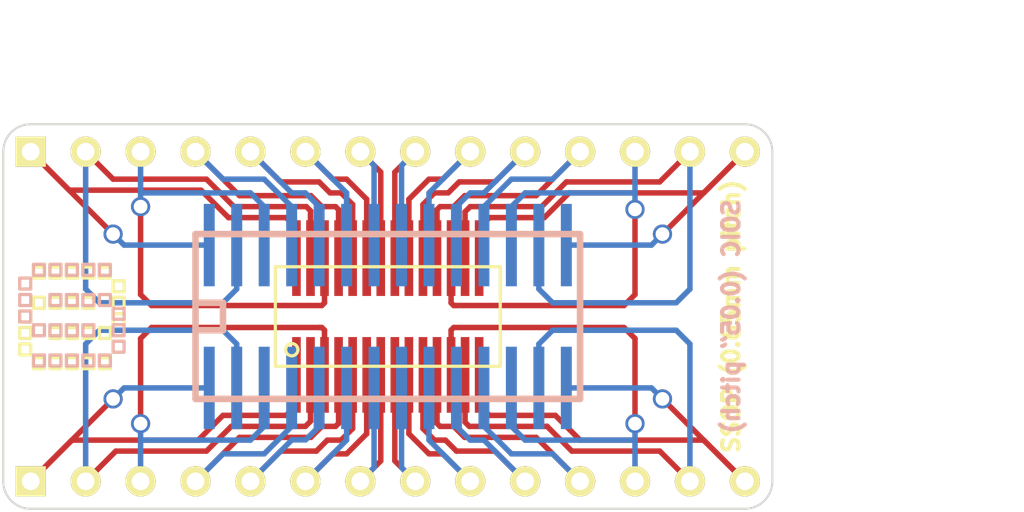
<source format=kicad_pcb>
(kicad_pcb (version 3) (host pcbnew "(2014-01-10 BZR 4027)-stable")

  (general
    (links 56)
    (no_connects 0)
    (area 20.269999 26.619999 55.930001 44.500001)
    (thickness 1.6)
    (drawings 13)
    (tracks 252)
    (zones 0)
    (modules 6)
    (nets 29)
  )

  (page A3)
  (layers
    (15 F.Cu signal)
    (0 B.Cu signal)
    (16 B.Adhes user)
    (17 F.Adhes user)
    (18 B.Paste user)
    (19 F.Paste user)
    (20 B.SilkS user)
    (21 F.SilkS user)
    (22 B.Mask user)
    (23 F.Mask user)
    (24 Dwgs.User user)
    (25 Cmts.User user)
    (26 Eco1.User user)
    (27 Eco2.User user)
    (28 Edge.Cuts user)
  )

  (setup
    (last_trace_width 0.254)
    (trace_clearance 0.1778)
    (zone_clearance 0.508)
    (zone_45_only no)
    (trace_min 0.1778)
    (segment_width 0.2)
    (edge_width 0.1)
    (via_size 0.889)
    (via_drill 0.635)
    (via_min_size 0.889)
    (via_min_drill 0.508)
    (uvia_size 0.508)
    (uvia_drill 0.127)
    (uvias_allowed no)
    (uvia_min_size 0.508)
    (uvia_min_drill 0.127)
    (pcb_text_width 0.3)
    (pcb_text_size 1.5 1.5)
    (mod_edge_width 0.15)
    (mod_text_size 1 1)
    (mod_text_width 0.15)
    (pad_size 0.508 3.81)
    (pad_drill 0)
    (pad_to_mask_clearance 0)
    (aux_axis_origin 0 0)
    (visible_elements FFFFFFBF)
    (pcbplotparams
      (layerselection 3178497)
      (usegerberextensions true)
      (excludeedgelayer true)
      (linewidth 0.150000)
      (plotframeref false)
      (viasonmask false)
      (mode 1)
      (useauxorigin false)
      (hpglpennumber 1)
      (hpglpenspeed 20)
      (hpglpendiameter 15)
      (hpglpenoverlay 2)
      (psnegative false)
      (psa4output false)
      (plotreference true)
      (plotvalue true)
      (plotothertext true)
      (plotinvisibletext false)
      (padsonsilk false)
      (subtractmaskfromsilk false)
      (outputformat 1)
      (mirror false)
      (drillshape 1)
      (scaleselection 1)
      (outputdirectory ""))
  )

  (net 0 "")
  (net 1 N-000001)
  (net 2 N-0000010)
  (net 3 N-0000011)
  (net 4 N-0000012)
  (net 5 N-0000013)
  (net 6 N-0000014)
  (net 7 N-0000015)
  (net 8 N-0000016)
  (net 9 N-0000017)
  (net 10 N-0000018)
  (net 11 N-0000019)
  (net 12 N-000002)
  (net 13 N-0000020)
  (net 14 N-0000021)
  (net 15 N-0000022)
  (net 16 N-0000023)
  (net 17 N-0000024)
  (net 18 N-0000025)
  (net 19 N-0000026)
  (net 20 N-0000027)
  (net 21 N-0000028)
  (net 22 N-000003)
  (net 23 N-000004)
  (net 24 N-000005)
  (net 25 N-000006)
  (net 26 N-000007)
  (net 27 N-000008)
  (net 28 N-000009)

  (net_class Default "This is the default net class."
    (clearance 0.1778)
    (trace_width 0.254)
    (via_dia 0.889)
    (via_drill 0.635)
    (uvia_dia 0.508)
    (uvia_drill 0.127)
    (add_net "")
    (add_net N-000001)
    (add_net N-0000010)
    (add_net N-0000011)
    (add_net N-0000012)
    (add_net N-0000013)
    (add_net N-0000014)
    (add_net N-0000015)
    (add_net N-0000016)
    (add_net N-0000017)
    (add_net N-0000018)
    (add_net N-0000019)
    (add_net N-000002)
    (add_net N-0000020)
    (add_net N-0000021)
    (add_net N-0000022)
    (add_net N-0000023)
    (add_net N-0000024)
    (add_net N-0000025)
    (add_net N-0000026)
    (add_net N-0000027)
    (add_net N-0000028)
    (add_net N-000003)
    (add_net N-000004)
    (add_net N-000005)
    (add_net N-000006)
    (add_net N-000007)
    (add_net N-000008)
    (add_net N-000009)
  )

  (module SO28 (layer B.Cu) (tedit 54AD6934) (tstamp 54ADC1A2)
    (at 38.1 35.56)
    (descr "Module CMS SO 28 pins large")
    (tags "CMS SOJ SO SOIC")
    (path /54AD67D8)
    (attr smd)
    (fp_text reference K4 (at 0 1.26492) (layer B.SilkS) hide
      (effects (font (size 1.524 1.524) (thickness 0.1524)) (justify mirror))
    )
    (fp_text value PINS_28 (at 0 -1.27) (layer B.SilkS) hide
      (effects (font (size 1.524 1.524) (thickness 0.1524)) (justify mirror))
    )
    (fp_line (start 8.89 2.54) (end 8.89 -3.81) (layer B.SilkS) (width 0.3048))
    (fp_line (start 8.89 -3.81) (end -8.89 -3.81) (layer B.SilkS) (width 0.3048))
    (fp_line (start -8.89 -3.81) (end -8.89 3.81) (layer B.SilkS) (width 0.3048))
    (fp_line (start -8.89 3.81) (end 8.89 3.81) (layer B.SilkS) (width 0.3048))
    (fp_line (start 8.89 3.81) (end 8.89 2.54) (layer B.SilkS) (width 0.3048))
    (fp_line (start -8.89 0.635) (end -7.62 0.635) (layer B.SilkS) (width 0.3048))
    (fp_line (start -7.62 0.635) (end -7.62 -0.635) (layer B.SilkS) (width 0.3048))
    (fp_line (start -7.62 -0.635) (end -8.89 -0.635) (layer B.SilkS) (width 0.3048))
    (pad 1 smd rect (at -8.255 -3.302) (size 0.508 3.81)
      (layers B.Cu B.Paste B.Mask)
      (net 23 N-000004)
    )
    (pad 2 smd rect (at -6.985 -3.302) (size 0.508 3.81)
      (layers B.Cu B.Paste B.Mask)
      (net 12 N-000002)
    )
    (pad 3 smd rect (at -5.715 -3.302) (size 0.508 3.81)
      (layers B.Cu B.Paste B.Mask)
      (net 1 N-000001)
    )
    (pad 4 smd rect (at -4.445 -3.302) (size 0.508 3.81)
      (layers B.Cu B.Paste B.Mask)
      (net 18 N-0000025)
    )
    (pad 5 smd rect (at -3.175 -3.302) (size 0.508 3.81)
      (layers B.Cu B.Paste B.Mask)
      (net 17 N-0000024)
    )
    (pad 6 smd rect (at -1.905 -3.302) (size 0.508 3.81)
      (layers B.Cu B.Paste B.Mask)
      (net 15 N-0000022)
    )
    (pad 7 smd rect (at -0.635 -3.302) (size 0.508 3.81)
      (layers B.Cu B.Paste B.Mask)
      (net 13 N-0000020)
    )
    (pad 8 smd rect (at 0.635 -3.302) (size 0.508 3.81)
      (layers B.Cu B.Paste B.Mask)
      (net 10 N-0000018)
    )
    (pad 9 smd rect (at 1.905 -3.302) (size 0.508 3.81)
      (layers B.Cu B.Paste B.Mask)
      (net 8 N-0000016)
    )
    (pad 10 smd rect (at 3.175 -3.302) (size 0.508 3.81)
      (layers B.Cu B.Paste B.Mask)
      (net 24 N-000005)
    )
    (pad 11 smd rect (at 4.445 -3.302) (size 0.508 3.81)
      (layers B.Cu B.Paste B.Mask)
      (net 22 N-000003)
    )
    (pad 12 smd rect (at 5.715 -3.302) (size 0.508 3.81)
      (layers B.Cu B.Paste B.Mask)
      (net 19 N-0000026)
    )
    (pad 13 smd rect (at 6.985 -3.302) (size 0.508 3.81)
      (layers B.Cu B.Paste B.Mask)
      (net 20 N-0000027)
    )
    (pad 14 smd rect (at 8.255 -3.302) (size 0.508 3.81)
      (layers B.Cu B.Paste B.Mask)
      (net 21 N-0000028)
    )
    (pad 15 smd rect (at 8.255 3.302) (size 0.508 3.81)
      (layers B.Cu B.Paste B.Mask)
      (net 16 N-0000023)
    )
    (pad 16 smd rect (at 6.985 3.302) (size 0.508 3.81)
      (layers B.Cu B.Paste B.Mask)
      (net 14 N-0000021)
    )
    (pad 17 smd rect (at 5.715 3.302) (size 0.508 3.81)
      (layers B.Cu B.Paste B.Mask)
      (net 11 N-0000019)
    )
    (pad 18 smd rect (at 4.445 3.302) (size 0.508 3.81)
      (layers B.Cu B.Paste B.Mask)
      (net 9 N-0000017)
    )
    (pad 19 smd rect (at 3.175 3.302) (size 0.508 3.81)
      (layers B.Cu B.Paste B.Mask)
      (net 7 N-0000015)
    )
    (pad 20 smd rect (at 1.905 3.302) (size 0.508 3.81)
      (layers B.Cu B.Paste B.Mask)
      (net 6 N-0000014)
    )
    (pad 21 smd rect (at 0.635 3.302) (size 0.508 3.81)
      (layers B.Cu B.Paste B.Mask)
      (net 5 N-0000013)
    )
    (pad 22 smd rect (at -0.635 3.302) (size 0.508 3.81)
      (layers B.Cu B.Paste B.Mask)
      (net 4 N-0000012)
    )
    (pad 23 smd rect (at -1.905 3.302) (size 0.508 3.81)
      (layers B.Cu B.Paste B.Mask)
      (net 3 N-0000011)
    )
    (pad 24 smd rect (at -3.175 3.302) (size 0.508 3.81)
      (layers B.Cu B.Paste B.Mask)
      (net 2 N-0000010)
    )
    (pad 25 smd rect (at -4.445 3.302) (size 0.508 3.81)
      (layers B.Cu B.Paste B.Mask)
      (net 28 N-000009)
    )
    (pad 26 smd rect (at -5.715 3.302) (size 0.508 3.81)
      (layers B.Cu B.Paste B.Mask)
      (net 27 N-000008)
    )
    (pad 27 smd rect (at -6.985 3.302) (size 0.508 3.81)
      (layers B.Cu B.Paste B.Mask)
      (net 26 N-000007)
    )
    (pad 28 smd rect (at -8.255 3.302) (size 0.508 3.81)
      (layers B.Cu B.Paste B.Mask)
      (net 25 N-000006)
    )
    (model smd/cms_soj28.wrl
      (at (xyz 0 0 0))
      (scale (xyz 0.5 0.55 0.5))
      (rotate (xyz 0 0 0))
    )
  )

  (module SIL-14 (layer F.Cu) (tedit 54AD663E) (tstamp 54ADEA82)
    (at 38.1 43.18)
    (descr "Connecteur 14 pins")
    (tags "CONN DEV")
    (path /54AC71A0)
    (fp_text reference K2 (at -10.16 -2.54) (layer F.SilkS) hide
      (effects (font (size 1.72974 1.08712) (thickness 0.27178)))
    )
    (fp_text value PINS_14 (at 7.62 -2.54) (layer F.SilkS) hide
      (effects (font (size 1.524 1.016) (thickness 0.254)))
    )
    (pad 1 thru_hole rect (at -16.51 0) (size 1.397 1.397) (drill 0.8128)
      (layers *.Cu *.Mask F.SilkS)
      (net 25 N-000006)
    )
    (pad 2 thru_hole circle (at -13.97 0) (size 1.397 1.397) (drill 0.8128)
      (layers *.Cu *.Mask F.SilkS)
      (net 26 N-000007)
    )
    (pad 3 thru_hole circle (at -11.43 0) (size 1.397 1.397) (drill 0.8128)
      (layers *.Cu *.Mask F.SilkS)
      (net 27 N-000008)
    )
    (pad 4 thru_hole circle (at -8.89 0) (size 1.397 1.397) (drill 0.8128)
      (layers *.Cu *.Mask F.SilkS)
      (net 28 N-000009)
    )
    (pad 5 thru_hole circle (at -6.35 0) (size 1.397 1.397) (drill 0.8128)
      (layers *.Cu *.Mask F.SilkS)
      (net 2 N-0000010)
    )
    (pad 6 thru_hole circle (at -3.81 0) (size 1.397 1.397) (drill 0.8128)
      (layers *.Cu *.Mask F.SilkS)
      (net 3 N-0000011)
    )
    (pad 7 thru_hole circle (at -1.27 0) (size 1.397 1.397) (drill 0.8128)
      (layers *.Cu *.Mask F.SilkS)
      (net 4 N-0000012)
    )
    (pad 8 thru_hole circle (at 1.27 0) (size 1.397 1.397) (drill 0.8128)
      (layers *.Cu *.Mask F.SilkS)
      (net 5 N-0000013)
    )
    (pad 9 thru_hole circle (at 3.81 0) (size 1.397 1.397) (drill 0.8128)
      (layers *.Cu *.Mask F.SilkS)
      (net 6 N-0000014)
    )
    (pad 10 thru_hole circle (at 6.35 0) (size 1.397 1.397) (drill 0.8128)
      (layers *.Cu *.Mask F.SilkS)
      (net 7 N-0000015)
    )
    (pad 11 thru_hole circle (at 8.89 0) (size 1.397 1.397) (drill 0.8128)
      (layers *.Cu *.Mask F.SilkS)
      (net 9 N-0000017)
    )
    (pad 12 thru_hole circle (at 11.43 0) (size 1.397 1.397) (drill 0.8128)
      (layers *.Cu *.Mask F.SilkS)
      (net 11 N-0000019)
    )
    (pad 13 thru_hole circle (at 13.97 0) (size 1.397 1.397) (drill 0.8128)
      (layers *.Cu *.Mask F.SilkS)
      (net 14 N-0000021)
    )
    (pad 14 thru_hole circle (at 16.51 0) (size 1.397 1.397) (drill 0.8128)
      (layers *.Cu *.Mask F.SilkS)
      (net 16 N-0000023)
    )
  )

  (module SIL-14 (layer F.Cu) (tedit 54AD65FE) (tstamp 54ADEA98)
    (at 38.1 27.94)
    (descr "Connecteur 14 pins")
    (tags "CONN DEV")
    (path /54AC71AD)
    (fp_text reference K3 (at -10.16 -2.54) (layer F.SilkS) hide
      (effects (font (size 1.72974 1.08712) (thickness 0.27178)))
    )
    (fp_text value PINS_14 (at 7.62 -2.54) (layer F.SilkS) hide
      (effects (font (size 1.524 1.016) (thickness 0.254)))
    )
    (pad 1 thru_hole rect (at -16.51 0) (size 1.397 1.397) (drill 0.8128)
      (layers *.Cu *.Mask F.SilkS)
      (net 23 N-000004)
    )
    (pad 2 thru_hole circle (at -13.97 0) (size 1.397 1.397) (drill 0.8128)
      (layers *.Cu *.Mask F.SilkS)
      (net 12 N-000002)
    )
    (pad 3 thru_hole circle (at -11.43 0) (size 1.397 1.397) (drill 0.8128)
      (layers *.Cu *.Mask F.SilkS)
      (net 1 N-000001)
    )
    (pad 4 thru_hole circle (at -8.89 0) (size 1.397 1.397) (drill 0.8128)
      (layers *.Cu *.Mask F.SilkS)
      (net 18 N-0000025)
    )
    (pad 5 thru_hole circle (at -6.35 0) (size 1.397 1.397) (drill 0.8128)
      (layers *.Cu *.Mask F.SilkS)
      (net 17 N-0000024)
    )
    (pad 6 thru_hole circle (at -3.81 0) (size 1.397 1.397) (drill 0.8128)
      (layers *.Cu *.Mask F.SilkS)
      (net 15 N-0000022)
    )
    (pad 7 thru_hole circle (at -1.27 0) (size 1.397 1.397) (drill 0.8128)
      (layers *.Cu *.Mask F.SilkS)
      (net 13 N-0000020)
    )
    (pad 8 thru_hole circle (at 1.27 0) (size 1.397 1.397) (drill 0.8128)
      (layers *.Cu *.Mask F.SilkS)
      (net 10 N-0000018)
    )
    (pad 9 thru_hole circle (at 3.81 0) (size 1.397 1.397) (drill 0.8128)
      (layers *.Cu *.Mask F.SilkS)
      (net 8 N-0000016)
    )
    (pad 10 thru_hole circle (at 6.35 0) (size 1.397 1.397) (drill 0.8128)
      (layers *.Cu *.Mask F.SilkS)
      (net 24 N-000005)
    )
    (pad 11 thru_hole circle (at 8.89 0) (size 1.397 1.397) (drill 0.8128)
      (layers *.Cu *.Mask F.SilkS)
      (net 22 N-000003)
    )
    (pad 12 thru_hole circle (at 11.43 0) (size 1.397 1.397) (drill 0.8128)
      (layers *.Cu *.Mask F.SilkS)
      (net 19 N-0000026)
    )
    (pad 13 thru_hole circle (at 13.97 0) (size 1.397 1.397) (drill 0.8128)
      (layers *.Cu *.Mask F.SilkS)
      (net 20 N-0000027)
    )
    (pad 14 thru_hole circle (at 16.51 0) (size 1.397 1.397) (drill 0.8128)
      (layers *.Cu *.Mask F.SilkS)
      (net 21 N-0000028)
    )
  )

  (module ssop-28 (layer F.Cu) (tedit 54AC707A) (tstamp 54ADEA6C)
    (at 38.1 35.56)
    (descr SSOP-16)
    (path /54AC7191)
    (attr smd)
    (fp_text reference K1 (at 0 0.508) (layer F.SilkS) hide
      (effects (font (size 1.00076 1.00076) (thickness 0.14986)))
    )
    (fp_text value PINS_28 (at 0 -1.143) (layer F.SilkS) hide
      (effects (font (size 1.00076 1.00076) (thickness 0.14986)))
    )
    (fp_line (start 5.19938 -2.30124) (end 5.19938 2.30124) (layer F.SilkS) (width 0.14986))
    (fp_line (start -5.19938 2.30124) (end -5.19938 -2.30124) (layer F.SilkS) (width 0.14986))
    (fp_line (start -5.19938 -2.30124) (end 5.19938 -2.30124) (layer F.SilkS) (width 0.14986))
    (fp_line (start 5.19938 2.30124) (end -5.19938 2.30124) (layer F.SilkS) (width 0.14986))
    (fp_circle (center -4.43992 1.53416) (end -4.56692 1.78816) (layer F.SilkS) (width 0.14986))
    (pad 7 smd rect (at -0.32512 2.7) (size 0.4 3.5)
      (layers F.Cu F.Paste F.Mask)
      (net 4 N-0000012)
    )
    (pad 8 smd rect (at 0.32512 2.7) (size 0.4 3.5)
      (layers F.Cu F.Paste F.Mask)
      (net 5 N-0000013)
    )
    (pad 9 smd rect (at 0.97536 2.7) (size 0.4 3.5)
      (layers F.Cu F.Paste F.Mask)
      (net 6 N-0000014)
    )
    (pad 10 smd rect (at 1.6256 2.7) (size 0.4 3.5)
      (layers F.Cu F.Paste F.Mask)
      (net 7 N-0000015)
    )
    (pad 25 smd rect (at -2.27584 -2.7) (size 0.4 3.5)
      (layers F.Cu F.Paste F.Mask)
      (net 18 N-0000025)
    )
    (pad 4 smd rect (at -2.27584 2.7) (size 0.4 3.5)
      (layers F.Cu F.Paste F.Mask)
      (net 28 N-000009)
    )
    (pad 5 smd rect (at -1.6256 2.7) (size 0.4 3.5)
      (layers F.Cu F.Paste F.Mask)
      (net 2 N-0000010)
    )
    (pad 6 smd rect (at -0.97536 2.7) (size 0.4 3.5)
      (layers F.Cu F.Paste F.Mask)
      (net 3 N-0000011)
    )
    (pad 18 smd rect (at 2.27584 -2.7) (size 0.4 3.5)
      (layers F.Cu F.Paste F.Mask)
      (net 22 N-000003)
    )
    (pad 19 smd rect (at 1.6256 -2.7) (size 0.4 3.5)
      (layers F.Cu F.Paste F.Mask)
      (net 24 N-000005)
    )
    (pad 20 smd rect (at 0.97536 -2.7) (size 0.4 3.5)
      (layers F.Cu F.Paste F.Mask)
      (net 8 N-0000016)
    )
    (pad 21 smd rect (at 0.32512 -2.7) (size 0.4 3.5)
      (layers F.Cu F.Paste F.Mask)
      (net 10 N-0000018)
    )
    (pad 22 smd rect (at -0.32512 -2.7) (size 0.4 3.5)
      (layers F.Cu F.Paste F.Mask)
      (net 13 N-0000020)
    )
    (pad 23 smd rect (at -0.97536 -2.7) (size 0.4 3.5)
      (layers F.Cu F.Paste F.Mask)
      (net 15 N-0000022)
    )
    (pad 11 smd rect (at 2.27584 2.7) (size 0.4 3.5)
      (layers F.Cu F.Paste F.Mask)
      (net 9 N-0000017)
    )
    (pad 24 smd rect (at -1.6256 -2.7) (size 0.4 3.5)
      (layers F.Cu F.Paste F.Mask)
      (net 17 N-0000024)
    )
    (pad 26 smd rect (at -2.92608 -2.7) (size 0.4 3.5)
      (layers F.Cu F.Paste F.Mask)
      (net 1 N-000001)
    )
    (pad 27 smd rect (at -3.57378 -2.7) (size 0.4 3.5)
      (layers F.Cu F.Paste F.Mask)
      (net 12 N-000002)
    )
    (pad 28 smd rect (at -4.22402 -2.7) (size 0.4 3.5)
      (layers F.Cu F.Paste F.Mask)
      (net 23 N-000004)
    )
    (pad 1 smd rect (at -4.22402 2.7) (size 0.4 3.5)
      (layers F.Cu F.Paste F.Mask)
      (net 25 N-000006)
    )
    (pad 2 smd rect (at -3.57378 2.7) (size 0.4 3.5)
      (layers F.Cu F.Paste F.Mask)
      (net 26 N-000007)
    )
    (pad 3 smd rect (at -2.92608 2.7) (size 0.4 3.5)
      (layers F.Cu F.Paste F.Mask)
      (net 27 N-000008)
    )
    (pad 12 smd rect (at 2.92608 2.7) (size 0.4 3.5)
      (layers F.Cu F.Paste F.Mask)
      (net 11 N-0000019)
    )
    (pad 13 smd rect (at 3.57378 2.7) (size 0.4 3.5)
      (layers F.Cu F.Paste F.Mask)
      (net 14 N-0000021)
    )
    (pad 14 smd rect (at 4.22402 2.7) (size 0.4 3.5)
      (layers F.Cu F.Paste F.Mask)
      (net 16 N-0000023)
    )
    (pad 15 smd rect (at 4.22402 -2.7) (size 0.4 3.5)
      (layers F.Cu F.Paste F.Mask)
      (net 21 N-0000028)
    )
    (pad 16 smd rect (at 3.57378 -2.7) (size 0.4 3.5)
      (layers F.Cu F.Paste F.Mask)
      (net 20 N-0000027)
    )
    (pad 17 smd rect (at 2.92608 -2.7) (size 0.4 3.5)
      (layers F.Cu F.Paste F.Mask)
      (net 19 N-0000026)
    )
    (model smd/smd_dil/ssop-28.wrl
      (at (xyz 0 0 0))
      (scale (xyz 1 1 1))
      (rotate (xyz 0 0 0))
    )
  )

  (module DIGITALCAVE_LOGO (layer F.Cu) (tedit 54639F29) (tstamp 54AE2D2E)
    (at 23.495 35.56)
    (fp_text reference VAL (at 0 0) (layer F.SilkS) hide
      (effects (font (size 0.381 0.381) (thickness 0.127)))
    )
    (fp_text value REF (at 0 0) (layer F.SilkS) hide
      (effects (font (size 0.381 0.381) (thickness 0.127)))
    )
    (fp_line (start 1.27 1.905) (end 1.778 1.905) (layer F.SilkS) (width 0.15))
    (fp_line (start 1.778 1.905) (end 1.778 2.413) (layer F.SilkS) (width 0.15))
    (fp_line (start 1.778 2.413) (end 1.27 2.413) (layer F.SilkS) (width 0.15))
    (fp_line (start 1.27 2.413) (end 1.27 1.905) (layer F.SilkS) (width 0.15))
    (fp_line (start 0.508 1.905) (end 1.016 1.905) (layer F.SilkS) (width 0.15))
    (fp_line (start 1.016 1.905) (end 1.016 2.413) (layer F.SilkS) (width 0.15))
    (fp_line (start 1.016 2.413) (end 0.508 2.413) (layer F.SilkS) (width 0.15))
    (fp_line (start 0.508 2.413) (end 0.508 1.905) (layer F.SilkS) (width 0.15))
    (fp_line (start -0.254 1.905) (end 0.254 1.905) (layer F.SilkS) (width 0.15))
    (fp_line (start 0.254 1.905) (end 0.254 2.413) (layer F.SilkS) (width 0.15))
    (fp_line (start 0.254 2.413) (end -0.254 2.413) (layer F.SilkS) (width 0.15))
    (fp_line (start -0.254 2.413) (end -0.254 1.905) (layer F.SilkS) (width 0.15))
    (fp_line (start -1.016 1.905) (end -0.508 1.905) (layer F.SilkS) (width 0.15))
    (fp_line (start -0.508 1.905) (end -0.508 2.413) (layer F.SilkS) (width 0.15))
    (fp_line (start -0.508 2.413) (end -1.016 2.413) (layer F.SilkS) (width 0.15))
    (fp_line (start -1.016 2.413) (end -1.016 1.905) (layer F.SilkS) (width 0.15))
    (fp_line (start -1.778 1.905) (end -1.27 1.905) (layer F.SilkS) (width 0.15))
    (fp_line (start -1.27 1.905) (end -1.27 2.413) (layer F.SilkS) (width 0.15))
    (fp_line (start -1.27 2.413) (end -1.778 2.413) (layer F.SilkS) (width 0.15))
    (fp_line (start -1.778 2.413) (end -1.778 1.905) (layer F.SilkS) (width 0.15))
    (fp_line (start -2.413 1.27) (end -1.905 1.27) (layer F.SilkS) (width 0.15))
    (fp_line (start -1.905 1.27) (end -1.905 1.778) (layer F.SilkS) (width 0.15))
    (fp_line (start -1.905 1.778) (end -2.413 1.778) (layer F.SilkS) (width 0.15))
    (fp_line (start -2.413 1.778) (end -2.413 1.27) (layer F.SilkS) (width 0.15))
    (fp_line (start -1.905 0.508) (end -1.905 1.016) (layer F.SilkS) (width 0.15))
    (fp_line (start -1.905 1.016) (end -2.413 1.016) (layer F.SilkS) (width 0.15))
    (fp_line (start -2.413 1.016) (end -2.413 0.508) (layer F.SilkS) (width 0.15))
    (fp_line (start -2.413 0.508) (end -1.905 0.508) (layer F.SilkS) (width 0.15))
    (fp_line (start -1.905 -0.254) (end -1.905 0.254) (layer F.SilkS) (width 0.15))
    (fp_line (start -1.905 0.254) (end -2.413 0.254) (layer F.SilkS) (width 0.15))
    (fp_line (start -2.413 0.254) (end -2.413 -0.254) (layer F.SilkS) (width 0.15))
    (fp_line (start -2.413 -0.254) (end -1.905 -0.254) (layer F.SilkS) (width 0.15))
    (fp_line (start -1.27 -0.889) (end -1.27 -0.381) (layer F.SilkS) (width 0.15))
    (fp_line (start -1.27 -0.381) (end -1.778 -0.381) (layer F.SilkS) (width 0.15))
    (fp_line (start -1.778 -0.381) (end -1.778 -0.889) (layer F.SilkS) (width 0.15))
    (fp_line (start -1.778 -0.889) (end -1.27 -0.889) (layer F.SilkS) (width 0.15))
    (fp_line (start -0.508 -0.381) (end -0.508 -0.889) (layer F.SilkS) (width 0.15))
    (fp_line (start -0.508 -0.889) (end -1.016 -0.889) (layer F.SilkS) (width 0.15))
    (fp_line (start -1.016 -0.889) (end -1.016 -0.381) (layer F.SilkS) (width 0.15))
    (fp_line (start -1.016 -0.381) (end -0.508 -0.381) (layer F.SilkS) (width 0.15))
    (fp_line (start 0.254 -0.889) (end 0.254 -0.381) (layer F.SilkS) (width 0.15))
    (fp_line (start 0.254 -0.381) (end -0.254 -0.381) (layer F.SilkS) (width 0.15))
    (fp_line (start -0.254 -0.381) (end -0.254 -0.889) (layer F.SilkS) (width 0.15))
    (fp_line (start -0.254 -0.889) (end 0.254 -0.889) (layer F.SilkS) (width 0.15))
    (fp_line (start 1.016 -0.381) (end 1.016 -0.889) (layer F.SilkS) (width 0.15))
    (fp_line (start 1.016 -0.889) (end 0.508 -0.889) (layer F.SilkS) (width 0.15))
    (fp_line (start 0.508 -0.889) (end 0.508 -0.381) (layer F.SilkS) (width 0.15))
    (fp_line (start 0.508 -0.381) (end 1.016 -0.381) (layer F.SilkS) (width 0.15))
    (fp_line (start -0.508 1.016) (end -0.508 0.508) (layer F.SilkS) (width 0.15))
    (fp_line (start -0.508 0.508) (end -1.016 0.508) (layer F.SilkS) (width 0.15))
    (fp_line (start -1.016 0.508) (end -1.016 1.016) (layer F.SilkS) (width 0.15))
    (fp_line (start -1.016 1.016) (end -0.508 1.016) (layer F.SilkS) (width 0.15))
    (fp_line (start 0.254 1.016) (end -0.254 1.016) (layer F.SilkS) (width 0.15))
    (fp_line (start -0.254 1.016) (end -0.254 0.508) (layer F.SilkS) (width 0.15))
    (fp_line (start 0.254 1.016) (end 0.254 0.508) (layer F.SilkS) (width 0.15))
    (fp_line (start 0.254 0.508) (end -0.254 0.508) (layer F.SilkS) (width 0.15))
    (fp_line (start 1.016 0.508) (end 1.016 1.016) (layer F.SilkS) (width 0.15))
    (fp_line (start 1.016 1.016) (end 0.508 1.016) (layer F.SilkS) (width 0.15))
    (fp_line (start 0.508 1.016) (end 0.508 0.508) (layer F.SilkS) (width 0.15))
    (fp_line (start 0.508 0.508) (end 1.016 0.508) (layer F.SilkS) (width 0.15))
    (fp_line (start 1.778 0.508) (end 1.778 1.016) (layer F.SilkS) (width 0.15))
    (fp_line (start 1.778 1.016) (end 1.27 1.016) (layer F.SilkS) (width 0.15))
    (fp_line (start 1.27 1.016) (end 1.27 0.508) (layer F.SilkS) (width 0.15))
    (fp_line (start 1.27 0.508) (end 1.778 0.508) (layer F.SilkS) (width 0.15))
    (fp_line (start 1.905 -0.127) (end 2.413 -0.127) (layer F.SilkS) (width 0.15))
    (fp_line (start 2.413 -0.127) (end 2.413 0.381) (layer F.SilkS) (width 0.15))
    (fp_line (start 2.413 0.381) (end 1.905 0.381) (layer F.SilkS) (width 0.15))
    (fp_line (start 1.905 0.381) (end 1.905 -0.127) (layer F.SilkS) (width 0.15))
    (fp_line (start 1.905 -0.889) (end 2.413 -0.889) (layer F.SilkS) (width 0.15))
    (fp_line (start 2.413 -0.889) (end 2.413 -0.381) (layer F.SilkS) (width 0.15))
    (fp_line (start 2.413 -0.381) (end 1.905 -0.381) (layer F.SilkS) (width 0.15))
    (fp_line (start 1.905 -0.381) (end 1.905 -0.889) (layer F.SilkS) (width 0.15))
    (fp_line (start 1.905 -1.651) (end 2.413 -1.651) (layer F.SilkS) (width 0.15))
    (fp_line (start 2.413 -1.651) (end 2.413 -1.143) (layer F.SilkS) (width 0.15))
    (fp_line (start 2.413 -1.143) (end 1.905 -1.143) (layer F.SilkS) (width 0.15))
    (fp_line (start 1.905 -1.143) (end 1.905 -1.651) (layer F.SilkS) (width 0.15))
    (fp_line (start 1.27 -2.286) (end 1.27 -1.778) (layer F.SilkS) (width 0.15))
    (fp_line (start 1.27 -1.778) (end 1.778 -1.778) (layer F.SilkS) (width 0.15))
    (fp_line (start 1.778 -1.778) (end 1.778 -2.286) (layer F.SilkS) (width 0.15))
    (fp_line (start 1.778 -2.286) (end 1.27 -2.286) (layer F.SilkS) (width 0.15))
    (fp_line (start 0.508 -2.286) (end 0.508 -1.778) (layer F.SilkS) (width 0.15))
    (fp_line (start 0.508 -1.778) (end 1.016 -1.778) (layer F.SilkS) (width 0.15))
    (fp_line (start 1.016 -1.778) (end 1.016 -2.286) (layer F.SilkS) (width 0.15))
    (fp_line (start 1.016 -2.286) (end 0.508 -2.286) (layer F.SilkS) (width 0.15))
    (fp_line (start -0.254 -2.286) (end -0.254 -1.778) (layer F.SilkS) (width 0.15))
    (fp_line (start -0.254 -1.778) (end 0.254 -1.778) (layer F.SilkS) (width 0.15))
    (fp_line (start 0.254 -1.778) (end 0.254 -2.286) (layer F.SilkS) (width 0.15))
    (fp_line (start 0.254 -2.286) (end -0.254 -2.286) (layer F.SilkS) (width 0.15))
    (fp_line (start -1.016 -2.286) (end -1.016 -1.778) (layer F.SilkS) (width 0.15))
    (fp_line (start -1.016 -1.778) (end -0.508 -1.778) (layer F.SilkS) (width 0.15))
    (fp_line (start -0.508 -1.778) (end -0.508 -2.286) (layer F.SilkS) (width 0.15))
    (fp_line (start -0.508 -2.286) (end -1.016 -2.286) (layer F.SilkS) (width 0.15))
    (fp_line (start -1.778 -2.286) (end -1.778 -1.778) (layer F.SilkS) (width 0.15))
    (fp_line (start -1.778 -1.778) (end -1.27 -1.778) (layer F.SilkS) (width 0.15))
    (fp_line (start -1.27 -1.778) (end -1.27 -2.286) (layer F.SilkS) (width 0.15))
    (fp_line (start -1.27 -2.286) (end -1.778 -2.286) (layer F.SilkS) (width 0.15))
  )

  (module DIGITALCAVE_LOGO (layer B.Cu) (tedit 54639F29) (tstamp 54AE2DF6)
    (at 23.495 35.56)
    (fp_text reference VAL (at 0 0) (layer B.SilkS) hide
      (effects (font (size 0.381 0.381) (thickness 0.127)) (justify mirror))
    )
    (fp_text value REF (at 0 0) (layer B.SilkS) hide
      (effects (font (size 0.381 0.381) (thickness 0.127)) (justify mirror))
    )
    (fp_line (start 1.27 -1.905) (end 1.778 -1.905) (layer B.SilkS) (width 0.15))
    (fp_line (start 1.778 -1.905) (end 1.778 -2.413) (layer B.SilkS) (width 0.15))
    (fp_line (start 1.778 -2.413) (end 1.27 -2.413) (layer B.SilkS) (width 0.15))
    (fp_line (start 1.27 -2.413) (end 1.27 -1.905) (layer B.SilkS) (width 0.15))
    (fp_line (start 0.508 -1.905) (end 1.016 -1.905) (layer B.SilkS) (width 0.15))
    (fp_line (start 1.016 -1.905) (end 1.016 -2.413) (layer B.SilkS) (width 0.15))
    (fp_line (start 1.016 -2.413) (end 0.508 -2.413) (layer B.SilkS) (width 0.15))
    (fp_line (start 0.508 -2.413) (end 0.508 -1.905) (layer B.SilkS) (width 0.15))
    (fp_line (start -0.254 -1.905) (end 0.254 -1.905) (layer B.SilkS) (width 0.15))
    (fp_line (start 0.254 -1.905) (end 0.254 -2.413) (layer B.SilkS) (width 0.15))
    (fp_line (start 0.254 -2.413) (end -0.254 -2.413) (layer B.SilkS) (width 0.15))
    (fp_line (start -0.254 -2.413) (end -0.254 -1.905) (layer B.SilkS) (width 0.15))
    (fp_line (start -1.016 -1.905) (end -0.508 -1.905) (layer B.SilkS) (width 0.15))
    (fp_line (start -0.508 -1.905) (end -0.508 -2.413) (layer B.SilkS) (width 0.15))
    (fp_line (start -0.508 -2.413) (end -1.016 -2.413) (layer B.SilkS) (width 0.15))
    (fp_line (start -1.016 -2.413) (end -1.016 -1.905) (layer B.SilkS) (width 0.15))
    (fp_line (start -1.778 -1.905) (end -1.27 -1.905) (layer B.SilkS) (width 0.15))
    (fp_line (start -1.27 -1.905) (end -1.27 -2.413) (layer B.SilkS) (width 0.15))
    (fp_line (start -1.27 -2.413) (end -1.778 -2.413) (layer B.SilkS) (width 0.15))
    (fp_line (start -1.778 -2.413) (end -1.778 -1.905) (layer B.SilkS) (width 0.15))
    (fp_line (start -2.413 -1.27) (end -1.905 -1.27) (layer B.SilkS) (width 0.15))
    (fp_line (start -1.905 -1.27) (end -1.905 -1.778) (layer B.SilkS) (width 0.15))
    (fp_line (start -1.905 -1.778) (end -2.413 -1.778) (layer B.SilkS) (width 0.15))
    (fp_line (start -2.413 -1.778) (end -2.413 -1.27) (layer B.SilkS) (width 0.15))
    (fp_line (start -1.905 -0.508) (end -1.905 -1.016) (layer B.SilkS) (width 0.15))
    (fp_line (start -1.905 -1.016) (end -2.413 -1.016) (layer B.SilkS) (width 0.15))
    (fp_line (start -2.413 -1.016) (end -2.413 -0.508) (layer B.SilkS) (width 0.15))
    (fp_line (start -2.413 -0.508) (end -1.905 -0.508) (layer B.SilkS) (width 0.15))
    (fp_line (start -1.905 0.254) (end -1.905 -0.254) (layer B.SilkS) (width 0.15))
    (fp_line (start -1.905 -0.254) (end -2.413 -0.254) (layer B.SilkS) (width 0.15))
    (fp_line (start -2.413 -0.254) (end -2.413 0.254) (layer B.SilkS) (width 0.15))
    (fp_line (start -2.413 0.254) (end -1.905 0.254) (layer B.SilkS) (width 0.15))
    (fp_line (start -1.27 0.889) (end -1.27 0.381) (layer B.SilkS) (width 0.15))
    (fp_line (start -1.27 0.381) (end -1.778 0.381) (layer B.SilkS) (width 0.15))
    (fp_line (start -1.778 0.381) (end -1.778 0.889) (layer B.SilkS) (width 0.15))
    (fp_line (start -1.778 0.889) (end -1.27 0.889) (layer B.SilkS) (width 0.15))
    (fp_line (start -0.508 0.381) (end -0.508 0.889) (layer B.SilkS) (width 0.15))
    (fp_line (start -0.508 0.889) (end -1.016 0.889) (layer B.SilkS) (width 0.15))
    (fp_line (start -1.016 0.889) (end -1.016 0.381) (layer B.SilkS) (width 0.15))
    (fp_line (start -1.016 0.381) (end -0.508 0.381) (layer B.SilkS) (width 0.15))
    (fp_line (start 0.254 0.889) (end 0.254 0.381) (layer B.SilkS) (width 0.15))
    (fp_line (start 0.254 0.381) (end -0.254 0.381) (layer B.SilkS) (width 0.15))
    (fp_line (start -0.254 0.381) (end -0.254 0.889) (layer B.SilkS) (width 0.15))
    (fp_line (start -0.254 0.889) (end 0.254 0.889) (layer B.SilkS) (width 0.15))
    (fp_line (start 1.016 0.381) (end 1.016 0.889) (layer B.SilkS) (width 0.15))
    (fp_line (start 1.016 0.889) (end 0.508 0.889) (layer B.SilkS) (width 0.15))
    (fp_line (start 0.508 0.889) (end 0.508 0.381) (layer B.SilkS) (width 0.15))
    (fp_line (start 0.508 0.381) (end 1.016 0.381) (layer B.SilkS) (width 0.15))
    (fp_line (start -0.508 -1.016) (end -0.508 -0.508) (layer B.SilkS) (width 0.15))
    (fp_line (start -0.508 -0.508) (end -1.016 -0.508) (layer B.SilkS) (width 0.15))
    (fp_line (start -1.016 -0.508) (end -1.016 -1.016) (layer B.SilkS) (width 0.15))
    (fp_line (start -1.016 -1.016) (end -0.508 -1.016) (layer B.SilkS) (width 0.15))
    (fp_line (start 0.254 -1.016) (end -0.254 -1.016) (layer B.SilkS) (width 0.15))
    (fp_line (start -0.254 -1.016) (end -0.254 -0.508) (layer B.SilkS) (width 0.15))
    (fp_line (start 0.254 -1.016) (end 0.254 -0.508) (layer B.SilkS) (width 0.15))
    (fp_line (start 0.254 -0.508) (end -0.254 -0.508) (layer B.SilkS) (width 0.15))
    (fp_line (start 1.016 -0.508) (end 1.016 -1.016) (layer B.SilkS) (width 0.15))
    (fp_line (start 1.016 -1.016) (end 0.508 -1.016) (layer B.SilkS) (width 0.15))
    (fp_line (start 0.508 -1.016) (end 0.508 -0.508) (layer B.SilkS) (width 0.15))
    (fp_line (start 0.508 -0.508) (end 1.016 -0.508) (layer B.SilkS) (width 0.15))
    (fp_line (start 1.778 -0.508) (end 1.778 -1.016) (layer B.SilkS) (width 0.15))
    (fp_line (start 1.778 -1.016) (end 1.27 -1.016) (layer B.SilkS) (width 0.15))
    (fp_line (start 1.27 -1.016) (end 1.27 -0.508) (layer B.SilkS) (width 0.15))
    (fp_line (start 1.27 -0.508) (end 1.778 -0.508) (layer B.SilkS) (width 0.15))
    (fp_line (start 1.905 0.127) (end 2.413 0.127) (layer B.SilkS) (width 0.15))
    (fp_line (start 2.413 0.127) (end 2.413 -0.381) (layer B.SilkS) (width 0.15))
    (fp_line (start 2.413 -0.381) (end 1.905 -0.381) (layer B.SilkS) (width 0.15))
    (fp_line (start 1.905 -0.381) (end 1.905 0.127) (layer B.SilkS) (width 0.15))
    (fp_line (start 1.905 0.889) (end 2.413 0.889) (layer B.SilkS) (width 0.15))
    (fp_line (start 2.413 0.889) (end 2.413 0.381) (layer B.SilkS) (width 0.15))
    (fp_line (start 2.413 0.381) (end 1.905 0.381) (layer B.SilkS) (width 0.15))
    (fp_line (start 1.905 0.381) (end 1.905 0.889) (layer B.SilkS) (width 0.15))
    (fp_line (start 1.905 1.651) (end 2.413 1.651) (layer B.SilkS) (width 0.15))
    (fp_line (start 2.413 1.651) (end 2.413 1.143) (layer B.SilkS) (width 0.15))
    (fp_line (start 2.413 1.143) (end 1.905 1.143) (layer B.SilkS) (width 0.15))
    (fp_line (start 1.905 1.143) (end 1.905 1.651) (layer B.SilkS) (width 0.15))
    (fp_line (start 1.27 2.286) (end 1.27 1.778) (layer B.SilkS) (width 0.15))
    (fp_line (start 1.27 1.778) (end 1.778 1.778) (layer B.SilkS) (width 0.15))
    (fp_line (start 1.778 1.778) (end 1.778 2.286) (layer B.SilkS) (width 0.15))
    (fp_line (start 1.778 2.286) (end 1.27 2.286) (layer B.SilkS) (width 0.15))
    (fp_line (start 0.508 2.286) (end 0.508 1.778) (layer B.SilkS) (width 0.15))
    (fp_line (start 0.508 1.778) (end 1.016 1.778) (layer B.SilkS) (width 0.15))
    (fp_line (start 1.016 1.778) (end 1.016 2.286) (layer B.SilkS) (width 0.15))
    (fp_line (start 1.016 2.286) (end 0.508 2.286) (layer B.SilkS) (width 0.15))
    (fp_line (start -0.254 2.286) (end -0.254 1.778) (layer B.SilkS) (width 0.15))
    (fp_line (start -0.254 1.778) (end 0.254 1.778) (layer B.SilkS) (width 0.15))
    (fp_line (start 0.254 1.778) (end 0.254 2.286) (layer B.SilkS) (width 0.15))
    (fp_line (start 0.254 2.286) (end -0.254 2.286) (layer B.SilkS) (width 0.15))
    (fp_line (start -1.016 2.286) (end -1.016 1.778) (layer B.SilkS) (width 0.15))
    (fp_line (start -1.016 1.778) (end -0.508 1.778) (layer B.SilkS) (width 0.15))
    (fp_line (start -0.508 1.778) (end -0.508 2.286) (layer B.SilkS) (width 0.15))
    (fp_line (start -0.508 2.286) (end -1.016 2.286) (layer B.SilkS) (width 0.15))
    (fp_line (start -1.778 2.286) (end -1.778 1.778) (layer B.SilkS) (width 0.15))
    (fp_line (start -1.778 1.778) (end -1.27 1.778) (layer B.SilkS) (width 0.15))
    (fp_line (start -1.27 1.778) (end -1.27 2.286) (layer B.SilkS) (width 0.15))
    (fp_line (start -1.27 2.286) (end -1.778 2.286) (layer B.SilkS) (width 0.15))
  )

  (gr_text "SSOP (0.65mm pitch)" (at 53.975 35.56 90) (layer F.SilkS)
    (effects (font (size 0.762 0.762) (thickness 0.1905)))
  )
  (gr_text "SOIC (0.05” pitch)" (at 53.975 35.56 90) (layer B.SilkS)
    (effects (font (size 0.762 0.762) (thickness 0.1905)) (justify mirror))
  )
  (dimension 35.56 (width 0.3) (layer Cmts.User)
    (gr_text "1.4000 in" (at 38.1 22.780001) (layer Cmts.User)
      (effects (font (size 1.5 1.5) (thickness 0.3)))
    )
    (feature1 (pts (xy 20.32 26.67) (xy 20.32 21.430001)))
    (feature2 (pts (xy 55.88 26.67) (xy 55.88 21.430001)))
    (crossbar (pts (xy 55.88 24.130001) (xy 20.32 24.130001)))
    (arrow1a (pts (xy 20.32 24.130001) (xy 21.446503 23.543581)))
    (arrow1b (pts (xy 20.32 24.130001) (xy 21.446503 24.716421)))
    (arrow2a (pts (xy 55.88 24.130001) (xy 54.753497 23.543581)))
    (arrow2b (pts (xy 55.88 24.130001) (xy 54.753497 24.716421)))
  )
  (dimension 17.78 (width 0.3) (layer Cmts.User)
    (gr_text "0.7000 in" (at 64.849999 35.56 270) (layer Cmts.User)
      (effects (font (size 1.5 1.5) (thickness 0.3)))
    )
    (feature1 (pts (xy 55.88 44.45) (xy 66.199999 44.45)))
    (feature2 (pts (xy 55.88 26.67) (xy 66.199999 26.67)))
    (crossbar (pts (xy 63.499999 26.67) (xy 63.499999 44.45)))
    (arrow1a (pts (xy 63.499999 44.45) (xy 62.913579 43.323497)))
    (arrow1b (pts (xy 63.499999 44.45) (xy 64.086419 43.323497)))
    (arrow2a (pts (xy 63.499999 26.67) (xy 62.913579 27.796503)))
    (arrow2b (pts (xy 63.499999 26.67) (xy 64.086419 27.796503)))
  )
  (dimension 15.24 (width 0.3) (layer Cmts.User)
    (gr_text "0.6000 in" (at 59.769999 35.56 270) (layer Cmts.User)
      (effects (font (size 1.5 1.5) (thickness 0.3)))
    )
    (feature1 (pts (xy 54.61 43.18) (xy 61.119999 43.18)))
    (feature2 (pts (xy 54.61 27.94) (xy 61.119999 27.94)))
    (crossbar (pts (xy 58.419999 27.94) (xy 58.419999 43.18)))
    (arrow1a (pts (xy 58.419999 43.18) (xy 57.833579 42.053497)))
    (arrow1b (pts (xy 58.419999 43.18) (xy 59.006419 42.053497)))
    (arrow2a (pts (xy 58.419999 27.94) (xy 57.833579 29.066503)))
    (arrow2b (pts (xy 58.419999 27.94) (xy 59.006419 29.066503)))
  )
  (gr_line (start 21.59 26.67) (end 54.61 26.67) (angle 90) (layer Edge.Cuts) (width 0.1))
  (gr_line (start 20.32 43.18) (end 20.32 27.94) (angle 90) (layer Edge.Cuts) (width 0.1))
  (gr_line (start 54.61 44.45) (end 21.59 44.45) (angle 90) (layer Edge.Cuts) (width 0.1))
  (gr_line (start 55.88 27.94) (end 55.88 43.18) (angle 90) (layer Edge.Cuts) (width 0.1))
  (gr_arc (start 54.61 27.94) (end 54.61 26.67) (angle 90) (layer Edge.Cuts) (width 0.1))
  (gr_arc (start 54.61 43.18) (end 55.88 43.18) (angle 90) (layer Edge.Cuts) (width 0.1))
  (gr_arc (start 21.59 43.18) (end 21.59 44.45) (angle 90) (layer Edge.Cuts) (width 0.1))
  (gr_arc (start 21.59 27.94) (end 20.32 27.94) (angle 90) (layer Edge.Cuts) (width 0.1))

  (segment (start 32.385 32.258) (end 32.385 30.48) (width 0.254) (layer B.Cu) (net 1))
  (segment (start 31.75 29.845) (end 26.67 29.845) (width 0.254) (layer B.Cu) (net 1) (tstamp 54ADC7AF))
  (segment (start 32.385 30.48) (end 31.75 29.845) (width 0.254) (layer B.Cu) (net 1) (tstamp 54ADC7AE))
  (segment (start 26.67 34.544) (end 26.67 30.48) (width 0.254) (layer F.Cu) (net 1))
  (via (at 26.67 30.48) (size 0.889) (layers F.Cu B.Cu) (net 1))
  (segment (start 27.178 35.052) (end 26.67 34.544) (width 0.254) (layer F.Cu) (net 1))
  (segment (start 35.17392 34.93008) (end 35.052 35.052) (width 0.254) (layer F.Cu) (net 1) (tstamp 54ADF287))
  (segment (start 35.052 35.052) (end 27.178 35.052) (width 0.254) (layer F.Cu) (net 1) (tstamp 54ADF286))
  (segment (start 26.67 30.48) (end 26.67 29.845) (width 0.254) (layer B.Cu) (net 1) (tstamp 54ADC16B))
  (segment (start 26.67 29.845) (end 26.67 27.94) (width 0.254) (layer B.Cu) (net 1) (tstamp 54ADC7B2))
  (segment (start 35.17392 32.86) (end 35.17392 34.93008) (width 0.254) (layer F.Cu) (net 1) (tstamp 54ADF283))
  (segment (start 34.925 38.862) (end 34.925 40.64) (width 0.254) (layer B.Cu) (net 2))
  (segment (start 33.66717 41.26283) (end 31.75 43.18) (width 0.254) (layer B.Cu) (net 2) (tstamp 54ADC7E2))
  (segment (start 34.30217 41.26283) (end 33.66717 41.26283) (width 0.254) (layer B.Cu) (net 2) (tstamp 54ADC7E1))
  (segment (start 34.925 40.64) (end 34.30217 41.26283) (width 0.254) (layer B.Cu) (net 2) (tstamp 54ADC7E0))
  (segment (start 36.4744 38.26) (end 36.4744 40.7416) (width 0.254) (layer F.Cu) (net 2))
  (segment (start 34.798 41.783) (end 33.147 41.783) (width 0.254) (layer F.Cu) (net 2) (tstamp 54ADF1FD))
  (segment (start 35.306 41.275) (end 34.798 41.783) (width 0.254) (layer F.Cu) (net 2) (tstamp 54ADF1FC))
  (segment (start 35.941 41.275) (end 35.306 41.275) (width 0.254) (layer F.Cu) (net 2) (tstamp 54ADF1FB))
  (segment (start 36.4744 40.7416) (end 35.941 41.275) (width 0.254) (layer F.Cu) (net 2) (tstamp 54ADF1FA))
  (segment (start 33.147 41.783) (end 31.75 43.18) (width 0.254) (layer F.Cu) (net 2) (tstamp 54ADF200))
  (segment (start 36.195 38.862) (end 36.195 41.275) (width 0.254) (layer B.Cu) (net 3))
  (segment (start 36.195 41.275) (end 34.29 43.18) (width 0.254) (layer B.Cu) (net 3) (tstamp 54ADC802))
  (segment (start 37.12464 38.26) (end 37.12464 40.98036) (width 0.254) (layer F.Cu) (net 3))
  (segment (start 35.56 41.91) (end 34.29 43.18) (width 0.254) (layer F.Cu) (net 3) (tstamp 54ADEB8B))
  (segment (start 36.195 41.91) (end 35.56 41.91) (width 0.254) (layer F.Cu) (net 3) (tstamp 54ADEB8A))
  (segment (start 37.12464 40.98036) (end 36.195 41.91) (width 0.254) (layer F.Cu) (net 3) (tstamp 54ADEB89))
  (segment (start 37.465 38.862) (end 37.465 42.545) (width 0.254) (layer B.Cu) (net 4))
  (segment (start 37.465 42.545) (end 36.83 43.18) (width 0.254) (layer B.Cu) (net 4) (tstamp 54ADC806))
  (segment (start 37.77488 38.26) (end 37.77488 42.23512) (width 0.254) (layer F.Cu) (net 4))
  (segment (start 37.77488 42.23512) (end 36.83 43.18) (width 0.254) (layer F.Cu) (net 4) (tstamp 54ADEB7E))
  (segment (start 38.735 38.862) (end 38.735 42.545) (width 0.254) (layer B.Cu) (net 5))
  (segment (start 38.735 42.545) (end 39.37 43.18) (width 0.254) (layer B.Cu) (net 5) (tstamp 54ADC809))
  (segment (start 38.42512 38.26) (end 38.42512 42.23512) (width 0.254) (layer F.Cu) (net 5))
  (segment (start 38.42512 42.23512) (end 39.37 43.18) (width 0.254) (layer F.Cu) (net 5) (tstamp 54ADF323))
  (segment (start 40.005 38.862) (end 40.005 41.275) (width 0.254) (layer B.Cu) (net 6))
  (segment (start 40.005 41.275) (end 41.91 43.18) (width 0.254) (layer B.Cu) (net 6) (tstamp 54ADC80C))
  (segment (start 39.07536 38.26) (end 39.07536 40.98036) (width 0.254) (layer F.Cu) (net 6))
  (segment (start 40.64 41.91) (end 41.91 43.18) (width 0.254) (layer F.Cu) (net 6) (tstamp 54ADEB86))
  (segment (start 40.005 41.91) (end 40.64 41.91) (width 0.254) (layer F.Cu) (net 6) (tstamp 54ADEB85))
  (segment (start 39.07536 40.98036) (end 40.005 41.91) (width 0.254) (layer F.Cu) (net 6) (tstamp 54ADEB84))
  (segment (start 41.275 38.862) (end 41.275 40.64) (width 0.254) (layer B.Cu) (net 7))
  (segment (start 42.545 41.275) (end 44.45 43.18) (width 0.254) (layer B.Cu) (net 7) (tstamp 54ADC7E7))
  (segment (start 41.91 41.275) (end 42.545 41.275) (width 0.254) (layer B.Cu) (net 7) (tstamp 54ADC7E6))
  (segment (start 41.275 40.64) (end 41.91 41.275) (width 0.254) (layer B.Cu) (net 7) (tstamp 54ADC7E5))
  (segment (start 39.7256 38.26) (end 39.7256 40.7416) (width 0.254) (layer F.Cu) (net 7))
  (segment (start 43.053 41.783) (end 44.45 43.18) (width 0.254) (layer F.Cu) (net 7) (tstamp 54ADF262))
  (segment (start 41.275 41.783) (end 43.053 41.783) (width 0.254) (layer F.Cu) (net 7) (tstamp 54ADF261))
  (segment (start 40.767 41.275) (end 41.275 41.783) (width 0.254) (layer F.Cu) (net 7) (tstamp 54ADF260))
  (segment (start 40.259 41.275) (end 40.767 41.275) (width 0.254) (layer F.Cu) (net 7) (tstamp 54ADF25F))
  (segment (start 39.7256 40.7416) (end 40.259 41.275) (width 0.254) (layer F.Cu) (net 7) (tstamp 54ADF25E))
  (segment (start 40.005 32.258) (end 40.005 29.845) (width 0.254) (layer B.Cu) (net 8))
  (segment (start 40.005 29.845) (end 41.91 27.94) (width 0.254) (layer B.Cu) (net 8) (tstamp 54ADC7FE))
  (segment (start 39.07536 32.86) (end 39.07536 30.13964) (width 0.254) (layer F.Cu) (net 8))
  (segment (start 39.07536 30.13964) (end 40.005 29.21) (width 0.254) (layer F.Cu) (net 8) (tstamp 54ADF2FD))
  (segment (start 40.005 29.21) (end 40.64 29.21) (width 0.254) (layer F.Cu) (net 8) (tstamp 54ADF2A6))
  (segment (start 40.64 29.21) (end 41.91 27.94) (width 0.254) (layer F.Cu) (net 8) (tstamp 54ADF2A5))
  (segment (start 42.545 38.862) (end 42.545 40.64) (width 0.254) (layer B.Cu) (net 9))
  (segment (start 45.72 41.91) (end 46.99 43.18) (width 0.254) (layer B.Cu) (net 9) (tstamp 54ADC7CB))
  (segment (start 43.815 41.91) (end 45.72 41.91) (width 0.254) (layer B.Cu) (net 9) (tstamp 54ADC7C9))
  (segment (start 42.545 40.64) (end 43.815 41.91) (width 0.254) (layer B.Cu) (net 9) (tstamp 54ADC7C7))
  (segment (start 40.37584 38.26) (end 40.37584 40.50284) (width 0.254) (layer F.Cu) (net 9))
  (segment (start 44.958 41.148) (end 46.99 43.18) (width 0.254) (layer F.Cu) (net 9) (tstamp 54ADF26B))
  (segment (start 41.656 41.148) (end 44.958 41.148) (width 0.254) (layer F.Cu) (net 9) (tstamp 54ADF26A))
  (segment (start 41.148 40.64) (end 41.656 41.148) (width 0.254) (layer F.Cu) (net 9) (tstamp 54ADF269))
  (segment (start 40.513 40.64) (end 41.148 40.64) (width 0.254) (layer F.Cu) (net 9) (tstamp 54ADF268))
  (segment (start 40.37584 40.50284) (end 40.513 40.64) (width 0.254) (layer F.Cu) (net 9) (tstamp 54ADF267))
  (segment (start 38.735 32.258) (end 38.735 28.575) (width 0.254) (layer B.Cu) (net 10))
  (segment (start 38.735 28.575) (end 39.37 27.94) (width 0.254) (layer B.Cu) (net 10) (tstamp 54ADC7FB))
  (segment (start 38.42512 32.86) (end 38.42512 28.88488) (width 0.254) (layer F.Cu) (net 10))
  (segment (start 38.42512 28.88488) (end 39.37 27.94) (width 0.254) (layer F.Cu) (net 10) (tstamp 54ADF302))
  (segment (start 43.815 38.862) (end 43.815 40.64) (width 0.254) (layer B.Cu) (net 11))
  (segment (start 44.45 41.275) (end 49.53 41.275) (width 0.254) (layer B.Cu) (net 11) (tstamp 54ADC7BB))
  (segment (start 43.815 40.64) (end 44.45 41.275) (width 0.254) (layer B.Cu) (net 11) (tstamp 54ADC7BA))
  (segment (start 49.53 36.576) (end 49.53 40.513) (width 0.254) (layer F.Cu) (net 11))
  (via (at 49.53 40.513) (size 0.889) (layers F.Cu B.Cu) (net 11))
  (segment (start 49.022 36.068) (end 49.53 36.576) (width 0.254) (layer F.Cu) (net 11))
  (segment (start 41.02608 38.26) (end 41.02608 36.18992) (width 0.254) (layer F.Cu) (net 11))
  (segment (start 49.53 40.513) (end 49.53 41.275) (width 0.254) (layer B.Cu) (net 11) (tstamp 54ADC177))
  (segment (start 49.53 41.275) (end 49.53 43.18) (width 0.254) (layer B.Cu) (net 11) (tstamp 54ADC7BE))
  (segment (start 41.148 36.068) (end 49.022 36.068) (width 0.254) (layer F.Cu) (net 11) (tstamp 54ADF248))
  (segment (start 41.02608 36.18992) (end 41.148 36.068) (width 0.254) (layer F.Cu) (net 11) (tstamp 54ADF247))
  (segment (start 31.115 32.258) (end 31.115 34.29) (width 0.254) (layer B.Cu) (net 12))
  (segment (start 24.13 34.29) (end 24.13 27.94) (width 0.254) (layer B.Cu) (net 12) (tstamp 54ADC79F))
  (segment (start 24.765 34.925) (end 24.13 34.29) (width 0.254) (layer B.Cu) (net 12) (tstamp 54ADC79E))
  (segment (start 30.48 34.925) (end 24.765 34.925) (width 0.254) (layer B.Cu) (net 12) (tstamp 54ADC79D))
  (segment (start 31.115 34.29) (end 30.48 34.925) (width 0.254) (layer B.Cu) (net 12) (tstamp 54ADC79C))
  (segment (start 30.988 30.480002) (end 30.988 30.48) (width 0.254) (layer F.Cu) (net 12))
  (segment (start 29.718 29.21) (end 25.4 29.21) (width 0.254) (layer F.Cu) (net 12) (tstamp 54ADC00B))
  (segment (start 30.988 30.48) (end 29.718 29.21) (width 0.254) (layer F.Cu) (net 12) (tstamp 54ADC00A))
  (segment (start 34.52622 30.672644) (end 34.333578 30.480002) (width 0.254) (layer F.Cu) (net 12) (tstamp 54ADF28B))
  (segment (start 34.333578 30.480002) (end 30.988 30.480002) (width 0.254) (layer F.Cu) (net 12) (tstamp 54ADF28A))
  (segment (start 25.4 29.21) (end 24.13 27.94) (width 0.254) (layer F.Cu) (net 12) (tstamp 54ADC00F))
  (segment (start 34.52622 32.86) (end 34.52622 30.672644) (width 0.254) (layer F.Cu) (net 12) (tstamp 54ADF288))
  (segment (start 37.465 32.258) (end 37.465 28.575) (width 0.254) (layer B.Cu) (net 13))
  (segment (start 37.465 28.575) (end 36.83 27.94) (width 0.254) (layer B.Cu) (net 13) (tstamp 54ADC7F8))
  (segment (start 37.77488 32.86) (end 37.77488 28.88488) (width 0.254) (layer F.Cu) (net 13))
  (segment (start 37.77488 28.88488) (end 36.83 27.94) (width 0.254) (layer F.Cu) (net 13) (tstamp 54ADF306))
  (segment (start 45.085 38.862) (end 45.085 36.83) (width 0.254) (layer B.Cu) (net 14))
  (segment (start 52.07 36.83) (end 52.07 43.18) (width 0.254) (layer B.Cu) (net 14) (tstamp 54ADC799))
  (segment (start 51.435 36.195) (end 52.07 36.83) (width 0.254) (layer B.Cu) (net 14) (tstamp 54ADC798))
  (segment (start 45.72 36.195) (end 51.435 36.195) (width 0.254) (layer B.Cu) (net 14) (tstamp 54ADC797))
  (segment (start 45.085 36.83) (end 45.72 36.195) (width 0.254) (layer B.Cu) (net 14) (tstamp 54ADC796))
  (segment (start 45.466 40.639998) (end 45.466 40.64) (width 0.254) (layer F.Cu) (net 14))
  (segment (start 46.609 41.783) (end 50.673 41.783) (width 0.254) (layer F.Cu) (net 14) (tstamp 54ADC139))
  (segment (start 45.466 40.64) (end 46.609 41.783) (width 0.254) (layer F.Cu) (net 14) (tstamp 54ADC138))
  (segment (start 41.67378 38.26) (end 41.67378 40.447356) (width 0.254) (layer F.Cu) (net 14))
  (segment (start 50.673 41.783) (end 52.07 43.18) (width 0.254) (layer F.Cu) (net 14) (tstamp 54ADC13D))
  (segment (start 41.866422 40.639998) (end 45.466 40.639998) (width 0.254) (layer F.Cu) (net 14) (tstamp 54ADF270))
  (segment (start 41.67378 40.447356) (end 41.866422 40.639998) (width 0.254) (layer F.Cu) (net 14) (tstamp 54ADF26F))
  (segment (start 36.195 32.258) (end 36.195 29.845) (width 0.254) (layer B.Cu) (net 15))
  (segment (start 36.195 29.845) (end 34.29 27.94) (width 0.254) (layer B.Cu) (net 15) (tstamp 54ADC7F4))
  (segment (start 37.12464 32.86) (end 37.12464 30.13964) (width 0.254) (layer F.Cu) (net 15))
  (segment (start 37.12464 30.13964) (end 36.195 29.21) (width 0.254) (layer F.Cu) (net 15) (tstamp 54ADF30A))
  (segment (start 36.195 29.21) (end 35.56 29.21) (width 0.254) (layer F.Cu) (net 15) (tstamp 54ADF2AE))
  (segment (start 35.56 29.21) (end 34.29 27.94) (width 0.254) (layer F.Cu) (net 15) (tstamp 54ADF2AD))
  (segment (start 46.355 38.862) (end 50.292 38.862) (width 0.254) (layer B.Cu) (net 16))
  (segment (start 50.8 39.37) (end 54.61 43.18) (width 0.254) (layer F.Cu) (net 16) (tstamp 54ADC788))
  (via (at 50.8 39.37) (size 0.889) (layers F.Cu B.Cu) (net 16))
  (segment (start 50.292 38.862) (end 50.8 39.37) (width 0.254) (layer B.Cu) (net 16) (tstamp 54ADC786))
  (segment (start 42.32402 38.26) (end 42.32402 39.65702) (width 0.254) (layer F.Cu) (net 16))
  (segment (start 46.99 41.275) (end 52.705 41.275) (width 0.254) (layer F.Cu) (net 16) (tstamp 54ADC143))
  (segment (start 45.847 40.132) (end 46.99 41.275) (width 0.254) (layer F.Cu) (net 16) (tstamp 54ADC141))
  (segment (start 42.799 40.132) (end 45.847 40.132) (width 0.254) (layer F.Cu) (net 16) (tstamp 54ADC140))
  (segment (start 42.32402 39.65702) (end 42.799 40.132) (width 0.254) (layer F.Cu) (net 16) (tstamp 54ADC13F))
  (segment (start 52.705 41.275) (end 54.61 43.18) (width 0.254) (layer F.Cu) (net 16) (tstamp 54ADC147))
  (segment (start 34.925 32.258) (end 34.925 30.48) (width 0.254) (layer B.Cu) (net 17))
  (segment (start 33.655 29.845) (end 31.75 27.94) (width 0.254) (layer B.Cu) (net 17) (tstamp 54ADC7F1))
  (segment (start 34.29 29.845) (end 33.655 29.845) (width 0.254) (layer B.Cu) (net 17) (tstamp 54ADC7F0))
  (segment (start 34.925 30.48) (end 34.29 29.845) (width 0.254) (layer B.Cu) (net 17) (tstamp 54ADC7EF))
  (segment (start 36.4744 32.86) (end 36.4744 30.3784) (width 0.254) (layer F.Cu) (net 17))
  (segment (start 36.4744 30.3784) (end 35.941 29.845) (width 0.254) (layer F.Cu) (net 17) (tstamp 54ADF30E))
  (segment (start 35.941 29.845) (end 35.433 29.845) (width 0.254) (layer F.Cu) (net 17) (tstamp 54ADF27B))
  (segment (start 35.433 29.845) (end 34.925 29.337) (width 0.254) (layer F.Cu) (net 17) (tstamp 54ADF27A))
  (segment (start 34.925 29.337) (end 33.147 29.337) (width 0.254) (layer F.Cu) (net 17) (tstamp 54ADF279))
  (segment (start 33.147 29.337) (end 31.75 27.94) (width 0.254) (layer F.Cu) (net 17) (tstamp 54ADF278))
  (segment (start 33.655 32.258) (end 33.655 30.48) (width 0.254) (layer B.Cu) (net 18))
  (segment (start 30.48 29.21) (end 29.21 27.94) (width 0.254) (layer B.Cu) (net 18) (tstamp 54ADC7DB))
  (segment (start 32.385 29.21) (end 30.48 29.21) (width 0.254) (layer B.Cu) (net 18) (tstamp 54ADC7D9))
  (segment (start 33.655 30.48) (end 32.385 29.21) (width 0.254) (layer B.Cu) (net 18) (tstamp 54ADC7D7))
  (segment (start 35.82416 32.86) (end 35.82416 30.61716) (width 0.254) (layer F.Cu) (net 18))
  (segment (start 35.82416 30.61716) (end 35.687 30.48) (width 0.254) (layer F.Cu) (net 18) (tstamp 54ADF312))
  (segment (start 29.21 27.94) (end 31.242 29.972) (width 0.254) (layer F.Cu) (net 18) (tstamp 54ADF27E))
  (segment (start 34.544 29.972) (end 31.242 29.972) (width 0.254) (layer F.Cu) (net 18) (tstamp 54ADF27F))
  (segment (start 35.052 30.48) (end 34.544 29.972) (width 0.254) (layer F.Cu) (net 18) (tstamp 54ADF280))
  (segment (start 35.687 30.48) (end 35.052 30.48) (width 0.254) (layer F.Cu) (net 18) (tstamp 54ADF281))
  (segment (start 43.815 32.258) (end 43.815 30.48) (width 0.254) (layer B.Cu) (net 19))
  (segment (start 44.45 29.845) (end 49.53 29.845) (width 0.254) (layer B.Cu) (net 19) (tstamp 54ADC7B5))
  (segment (start 43.815 30.48) (end 44.45 29.845) (width 0.254) (layer B.Cu) (net 19) (tstamp 54ADC7B4))
  (segment (start 49.53 34.544) (end 49.53 30.607) (width 0.254) (layer F.Cu) (net 19))
  (via (at 49.53 30.607) (size 0.889) (layers F.Cu B.Cu) (net 19))
  (segment (start 49.022 35.052) (end 49.53 34.544) (width 0.254) (layer F.Cu) (net 19))
  (segment (start 41.02608 34.93008) (end 41.148 35.052) (width 0.254) (layer F.Cu) (net 19) (tstamp 54ADF297))
  (segment (start 41.148 35.052) (end 41.275 35.052) (width 0.254) (layer F.Cu) (net 19) (tstamp 54ADF296))
  (segment (start 41.02608 32.86) (end 41.02608 34.93008) (width 0.254) (layer F.Cu) (net 19) (tstamp 54ADF295))
  (segment (start 41.275 35.052) (end 49.022 35.052) (width 0.254) (layer F.Cu) (net 19) (tstamp 54ADF293))
  (segment (start 49.53 30.607) (end 49.53 29.845) (width 0.254) (layer B.Cu) (net 19) (tstamp 54ADC171))
  (segment (start 49.53 29.845) (end 49.53 27.94) (width 0.254) (layer B.Cu) (net 19) (tstamp 54ADC7B8))
  (segment (start 45.085 32.258) (end 45.085 34.29) (width 0.254) (layer B.Cu) (net 20))
  (segment (start 52.07 34.29) (end 52.07 27.94) (width 0.254) (layer B.Cu) (net 20) (tstamp 54ADC793))
  (segment (start 51.435 34.925) (end 52.07 34.29) (width 0.254) (layer B.Cu) (net 20) (tstamp 54ADC792))
  (segment (start 45.72 34.925) (end 51.435 34.925) (width 0.254) (layer B.Cu) (net 20) (tstamp 54ADC791))
  (segment (start 45.085 34.29) (end 45.72 34.925) (width 0.254) (layer B.Cu) (net 20) (tstamp 54ADC790))
  (segment (start 45.212 30.48) (end 46.355 29.337) (width 0.254) (layer F.Cu) (net 20))
  (segment (start 50.673 29.337) (end 52.07 27.94) (width 0.254) (layer F.Cu) (net 20) (tstamp 54ADC11D))
  (segment (start 46.355 29.337) (end 50.673 29.337) (width 0.254) (layer F.Cu) (net 20) (tstamp 54ADC11C))
  (segment (start 41.67378 30.71622) (end 41.91 30.48) (width 0.254) (layer F.Cu) (net 20) (tstamp 54ADF291))
  (segment (start 41.91 30.48) (end 45.212 30.48) (width 0.254) (layer F.Cu) (net 20) (tstamp 54ADF290))
  (segment (start 41.67378 31.96082) (end 41.67378 30.71622) (width 0.254) (layer F.Cu) (net 20) (tstamp 54ADF28E))
  (segment (start 46.355 32.258) (end 50.292 32.258) (width 0.254) (layer B.Cu) (net 21))
  (segment (start 50.8 31.75) (end 54.61 27.94) (width 0.254) (layer F.Cu) (net 21) (tstamp 54ADC78D))
  (via (at 50.8 31.75) (size 0.889) (layers F.Cu B.Cu) (net 21))
  (segment (start 50.292 32.258) (end 50.8 31.75) (width 0.254) (layer B.Cu) (net 21) (tstamp 54ADC78B))
  (segment (start 54.61 27.94) (end 52.705 29.845) (width 0.254) (layer F.Cu) (net 21))
  (segment (start 42.32402 31.46298) (end 42.799 30.988) (width 0.254) (layer F.Cu) (net 21) (tstamp 54ADC121))
  (segment (start 42.799 30.988) (end 45.339 30.988) (width 0.254) (layer F.Cu) (net 21) (tstamp 54ADC122))
  (segment (start 45.339 30.988) (end 46.482 29.845) (width 0.254) (layer F.Cu) (net 21) (tstamp 54ADC123))
  (segment (start 42.32402 31.46298) (end 42.32402 32.86) (width 0.254) (layer F.Cu) (net 21))
  (segment (start 46.482 29.845) (end 52.705 29.845) (width 0.254) (layer F.Cu) (net 21))
  (segment (start 42.545 32.258) (end 42.545 30.48) (width 0.254) (layer B.Cu) (net 22))
  (segment (start 45.72 29.21) (end 46.99 27.94) (width 0.254) (layer B.Cu) (net 22) (tstamp 54ADC7D3))
  (segment (start 43.815 29.21) (end 45.72 29.21) (width 0.254) (layer B.Cu) (net 22) (tstamp 54ADC7D1))
  (segment (start 42.545 30.48) (end 43.815 29.21) (width 0.254) (layer B.Cu) (net 22) (tstamp 54ADC7CF))
  (segment (start 40.37584 32.86) (end 40.37584 30.61716) (width 0.254) (layer F.Cu) (net 22))
  (segment (start 40.37584 30.61716) (end 40.513 30.48) (width 0.254) (layer F.Cu) (net 22) (tstamp 54ADF29D))
  (segment (start 40.513 30.48) (end 41.148 30.48) (width 0.254) (layer F.Cu) (net 22) (tstamp 54ADF29C))
  (segment (start 41.148 30.48) (end 41.656002 29.971998) (width 0.254) (layer F.Cu) (net 22) (tstamp 54ADF29B))
  (segment (start 41.656002 29.971998) (end 44.958002 29.971998) (width 0.254) (layer F.Cu) (net 22) (tstamp 54ADF29A))
  (segment (start 44.958002 29.971998) (end 46.99 27.94) (width 0.254) (layer F.Cu) (net 22) (tstamp 54ADF299))
  (segment (start 29.845 32.258) (end 25.908 32.258) (width 0.254) (layer B.Cu) (net 23))
  (segment (start 25.4 31.75) (end 21.59 27.94) (width 0.254) (layer F.Cu) (net 23) (tstamp 54ADC77D))
  (via (at 25.4 31.75) (size 0.889) (layers F.Cu B.Cu) (net 23))
  (segment (start 25.908 32.258) (end 25.4 31.75) (width 0.254) (layer B.Cu) (net 23) (tstamp 54ADC77B))
  (segment (start 33.87598 32.86) (end 33.87598 31.46298) (width 0.254) (layer F.Cu) (net 23))
  (segment (start 29.464 29.718) (end 23.368 29.718) (width 0.254) (layer F.Cu) (net 23) (tstamp 54ADC109))
  (segment (start 30.734 30.988) (end 29.464 29.718) (width 0.254) (layer F.Cu) (net 23) (tstamp 54ADC107))
  (segment (start 33.401 30.988) (end 30.734 30.988) (width 0.254) (layer F.Cu) (net 23) (tstamp 54ADC106))
  (segment (start 33.87598 31.46298) (end 33.401 30.988) (width 0.254) (layer F.Cu) (net 23) (tstamp 54ADC105))
  (segment (start 23.368 29.718) (end 21.59 27.94) (width 0.254) (layer F.Cu) (net 23) (tstamp 54ADC10D))
  (segment (start 41.275 32.258) (end 41.275 30.48) (width 0.254) (layer B.Cu) (net 24))
  (segment (start 42.545 29.845) (end 44.45 27.94) (width 0.254) (layer B.Cu) (net 24) (tstamp 54ADC7EC))
  (segment (start 41.91 29.845) (end 42.545 29.845) (width 0.254) (layer B.Cu) (net 24) (tstamp 54ADC7EB))
  (segment (start 41.275 30.48) (end 41.91 29.845) (width 0.254) (layer B.Cu) (net 24) (tstamp 54ADC7EA))
  (segment (start 39.7256 32.86) (end 39.7256 30.3784) (width 0.254) (layer F.Cu) (net 24))
  (segment (start 43.053 29.337) (end 44.45 27.94) (width 0.254) (layer F.Cu) (net 24) (tstamp 54ADF2A3))
  (segment (start 39.7256 30.3784) (end 40.259 29.845) (width 0.254) (layer F.Cu) (net 24) (tstamp 54ADF2A2))
  (segment (start 40.259 29.845) (end 40.894 29.845) (width 0.254) (layer F.Cu) (net 24) (tstamp 54ADF2A1))
  (segment (start 40.894 29.845) (end 41.402 29.337) (width 0.254) (layer F.Cu) (net 24) (tstamp 54ADF2A0))
  (segment (start 41.402 29.337) (end 43.053 29.337) (width 0.254) (layer F.Cu) (net 24) (tstamp 54ADF29F))
  (segment (start 29.845 38.862) (end 25.908 38.862) (width 0.254) (layer B.Cu) (net 25))
  (segment (start 25.4 39.37) (end 21.59 43.18) (width 0.254) (layer F.Cu) (net 25) (tstamp 54ADC783))
  (via (at 25.4 39.37) (size 0.889) (layers F.Cu B.Cu) (net 25))
  (segment (start 25.908 38.862) (end 25.4 39.37) (width 0.254) (layer B.Cu) (net 25) (tstamp 54ADC781))
  (segment (start 33.87598 38.26) (end 33.87598 39.65702) (width 0.254) (layer F.Cu) (net 25))
  (segment (start 29.337 41.275) (end 23.495 41.275) (width 0.254) (layer F.Cu) (net 25) (tstamp 54ADC15A))
  (segment (start 30.48 40.132) (end 29.337 41.275) (width 0.254) (layer F.Cu) (net 25) (tstamp 54ADC158))
  (segment (start 33.401 40.132) (end 30.48 40.132) (width 0.254) (layer F.Cu) (net 25) (tstamp 54ADC157))
  (segment (start 33.87598 39.65702) (end 33.401 40.132) (width 0.254) (layer F.Cu) (net 25) (tstamp 54ADC156))
  (segment (start 23.495 41.275) (end 21.59 43.18) (width 0.254) (layer F.Cu) (net 25) (tstamp 54ADC15E))
  (segment (start 31.115 38.862) (end 31.115 36.83) (width 0.254) (layer B.Cu) (net 26))
  (segment (start 24.13 36.83) (end 24.13 43.18) (width 0.254) (layer B.Cu) (net 26) (tstamp 54ADC7A5))
  (segment (start 24.765 36.195) (end 24.13 36.83) (width 0.254) (layer B.Cu) (net 26) (tstamp 54ADC7A4))
  (segment (start 30.48 36.195) (end 24.765 36.195) (width 0.254) (layer B.Cu) (net 26) (tstamp 54ADC7A3))
  (segment (start 31.115 36.83) (end 30.48 36.195) (width 0.254) (layer B.Cu) (net 26) (tstamp 54ADC7A2))
  (segment (start 30.861 40.64) (end 29.718 41.783) (width 0.254) (layer F.Cu) (net 26))
  (segment (start 25.527 41.783) (end 24.13 43.18) (width 0.254) (layer F.Cu) (net 26) (tstamp 54ADC152))
  (segment (start 29.718 41.783) (end 25.527 41.783) (width 0.254) (layer F.Cu) (net 26) (tstamp 54ADC151))
  (segment (start 34.52622 39.15918) (end 34.52622 40.40378) (width 0.254) (layer F.Cu) (net 26))
  (segment (start 34.29 40.64) (end 30.861 40.64) (width 0.254) (layer F.Cu) (net 26) (tstamp 54ADEBCE))
  (segment (start 34.52622 40.40378) (end 34.29 40.64) (width 0.254) (layer F.Cu) (net 26) (tstamp 54ADEBCD))
  (segment (start 32.385 38.862) (end 32.385 40.64) (width 0.254) (layer B.Cu) (net 27))
  (segment (start 31.75 41.275) (end 26.67 41.275) (width 0.254) (layer B.Cu) (net 27) (tstamp 54ADC7A9))
  (segment (start 32.385 40.64) (end 31.75 41.275) (width 0.254) (layer B.Cu) (net 27) (tstamp 54ADC7A8))
  (segment (start 26.67 43.18) (end 26.67 41.275) (width 0.254) (layer B.Cu) (net 27))
  (segment (start 26.67 41.275) (end 26.67 40.513) (width 0.254) (layer B.Cu) (net 27) (tstamp 54ADC7AC))
  (segment (start 26.67 40.513) (end 26.67 36.576) (width 0.254) (layer F.Cu) (net 27) (tstamp 54ADC163))
  (via (at 26.67 40.513) (size 0.889) (layers F.Cu B.Cu) (net 27))
  (segment (start 27.178 36.068) (end 26.67 36.576) (width 0.254) (layer F.Cu) (net 27))
  (segment (start 34.925 36.068) (end 27.178 36.068) (width 0.254) (layer F.Cu) (net 27))
  (segment (start 35.17392 38.26) (end 35.17392 36.18992) (width 0.254) (layer F.Cu) (net 27))
  (segment (start 35.052 36.068) (end 34.925 36.068) (width 0.254) (layer F.Cu) (net 27) (tstamp 54ADF1F0))
  (segment (start 35.17392 36.18992) (end 35.052 36.068) (width 0.254) (layer F.Cu) (net 27) (tstamp 54ADF1EF))
  (segment (start 33.655 38.862) (end 33.655 40.64) (width 0.254) (layer B.Cu) (net 28))
  (segment (start 30.48 41.91) (end 29.21 43.18) (width 0.254) (layer B.Cu) (net 28) (tstamp 54ADC7C3))
  (segment (start 32.385 41.91) (end 30.48 41.91) (width 0.254) (layer B.Cu) (net 28) (tstamp 54ADC7C1))
  (segment (start 33.655 40.64) (end 32.385 41.91) (width 0.254) (layer B.Cu) (net 28) (tstamp 54ADC7C0))
  (segment (start 35.82416 38.26) (end 35.82416 40.50284) (width 0.254) (layer F.Cu) (net 28))
  (segment (start 31.241998 41.148002) (end 29.21 43.18) (width 0.254) (layer F.Cu) (net 28) (tstamp 54ADF207))
  (segment (start 34.543998 41.148002) (end 31.241998 41.148002) (width 0.254) (layer F.Cu) (net 28) (tstamp 54ADF206))
  (segment (start 35.052 40.64) (end 34.543998 41.148002) (width 0.254) (layer F.Cu) (net 28) (tstamp 54ADF205))
  (segment (start 35.687 40.64) (end 35.052 40.64) (width 0.254) (layer F.Cu) (net 28) (tstamp 54ADF204))
  (segment (start 35.82416 40.50284) (end 35.687 40.64) (width 0.254) (layer F.Cu) (net 28) (tstamp 54ADF203))

)

</source>
